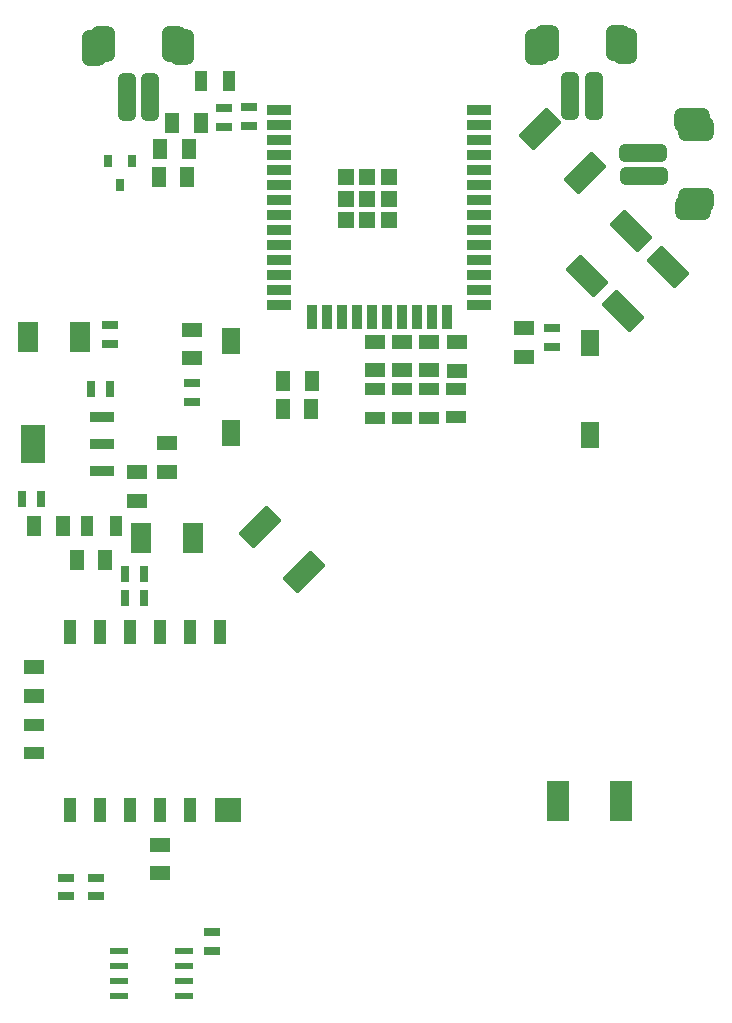
<source format=gtp>
G04*
G04 #@! TF.GenerationSoftware,Altium Limited,Altium Designer,22.9.1 (49)*
G04*
G04 Layer_Color=8421504*
%FSLAX25Y25*%
%MOIN*%
G70*
G04*
G04 #@! TF.SameCoordinates,5637A8B9-9DC4-41E7-96B4-60DE8AE1DB3B*
G04*
G04*
G04 #@! TF.FilePolarity,Positive*
G04*
G01*
G75*
G04:AMPARAMS|DCode=16|XSize=78.74mil|YSize=118.11mil|CornerRadius=19.68mil|HoleSize=0mil|Usage=FLASHONLY|Rotation=180.000|XOffset=0mil|YOffset=0mil|HoleType=Round|Shape=RoundedRectangle|*
%AMROUNDEDRECTD16*
21,1,0.07874,0.07874,0,0,180.0*
21,1,0.03937,0.11811,0,0,180.0*
1,1,0.03937,-0.01968,0.03937*
1,1,0.03937,0.01968,0.03937*
1,1,0.03937,0.01968,-0.03937*
1,1,0.03937,-0.01968,-0.03937*
%
%ADD16ROUNDEDRECTD16*%
G04:AMPARAMS|DCode=17|XSize=59.06mil|YSize=157.48mil|CornerRadius=14.76mil|HoleSize=0mil|Usage=FLASHONLY|Rotation=0.000|XOffset=0mil|YOffset=0mil|HoleType=Round|Shape=RoundedRectangle|*
%AMROUNDEDRECTD17*
21,1,0.05906,0.12795,0,0,0.0*
21,1,0.02953,0.15748,0,0,0.0*
1,1,0.02953,0.01476,-0.06398*
1,1,0.02953,-0.01476,-0.06398*
1,1,0.02953,-0.01476,0.06398*
1,1,0.02953,0.01476,0.06398*
%
%ADD17ROUNDEDRECTD17*%
G04:AMPARAMS|DCode=18|XSize=78.74mil|YSize=118.11mil|CornerRadius=19.68mil|HoleSize=0mil|Usage=FLASHONLY|Rotation=90.000|XOffset=0mil|YOffset=0mil|HoleType=Round|Shape=RoundedRectangle|*
%AMROUNDEDRECTD18*
21,1,0.07874,0.07874,0,0,90.0*
21,1,0.03937,0.11811,0,0,90.0*
1,1,0.03937,0.03937,0.01968*
1,1,0.03937,0.03937,-0.01968*
1,1,0.03937,-0.03937,-0.01968*
1,1,0.03937,-0.03937,0.01968*
%
%ADD18ROUNDEDRECTD18*%
G04:AMPARAMS|DCode=19|XSize=59.06mil|YSize=157.48mil|CornerRadius=14.76mil|HoleSize=0mil|Usage=FLASHONLY|Rotation=270.000|XOffset=0mil|YOffset=0mil|HoleType=Round|Shape=RoundedRectangle|*
%AMROUNDEDRECTD19*
21,1,0.05906,0.12795,0,0,270.0*
21,1,0.02953,0.15748,0,0,270.0*
1,1,0.02953,-0.06398,-0.01476*
1,1,0.02953,-0.06398,0.01476*
1,1,0.02953,0.06398,0.01476*
1,1,0.02953,0.06398,-0.01476*
%
%ADD19ROUNDEDRECTD19*%
%ADD20R,0.03150X0.03937*%
G04:AMPARAMS|DCode=21|XSize=74.8mil|YSize=132.68mil|CornerRadius=2.62mil|HoleSize=0mil|Usage=FLASHONLY|Rotation=135.000|XOffset=0mil|YOffset=0mil|HoleType=Round|Shape=RoundedRectangle|*
%AMROUNDEDRECTD21*
21,1,0.07480,0.12744,0,0,135.0*
21,1,0.06957,0.13268,0,0,135.0*
1,1,0.00524,0.02046,0.06965*
1,1,0.00524,0.06965,0.02046*
1,1,0.00524,-0.02046,-0.06965*
1,1,0.00524,-0.06965,-0.02046*
%
%ADD21ROUNDEDRECTD21*%
%ADD22R,0.06299X0.08583*%
%ADD23R,0.05512X0.03150*%
%ADD24R,0.07087X0.04724*%
%ADD25R,0.07874X0.03543*%
%ADD26R,0.03543X0.07874*%
%ADD27R,0.05236X0.05236*%
%ADD28R,0.04724X0.07087*%
%ADD29R,0.06693X0.04331*%
%ADD30R,0.03937X0.07874*%
%ADD31R,0.08858X0.07874*%
%ADD32R,0.04331X0.06693*%
%ADD33R,0.03150X0.05512*%
%ADD34R,0.07087X0.09843*%
G04:AMPARAMS|DCode=35|XSize=74.8mil|YSize=132.68mil|CornerRadius=2.62mil|HoleSize=0mil|Usage=FLASHONLY|Rotation=0.000|XOffset=0mil|YOffset=0mil|HoleType=Round|Shape=RoundedRectangle|*
%AMROUNDEDRECTD35*
21,1,0.07480,0.12744,0,0,0.0*
21,1,0.06957,0.13268,0,0,0.0*
1,1,0.00524,0.03478,-0.06372*
1,1,0.00524,-0.03478,-0.06372*
1,1,0.00524,-0.03478,0.06372*
1,1,0.00524,0.03478,0.06372*
%
%ADD35ROUNDEDRECTD35*%
G04:AMPARAMS|DCode=36|XSize=74.8mil|YSize=132.68mil|CornerRadius=2.62mil|HoleSize=0mil|Usage=FLASHONLY|Rotation=45.000|XOffset=0mil|YOffset=0mil|HoleType=Round|Shape=RoundedRectangle|*
%AMROUNDEDRECTD36*
21,1,0.07480,0.12744,0,0,45.0*
21,1,0.06957,0.13268,0,0,45.0*
1,1,0.00524,0.06965,-0.02046*
1,1,0.00524,0.02046,-0.06965*
1,1,0.00524,-0.06965,0.02046*
1,1,0.00524,-0.02046,0.06965*
%
%ADD36ROUNDEDRECTD36*%
%ADD37R,0.05906X0.01968*%
%ADD38R,0.08465X0.12795*%
%ADD39R,0.08465X0.03740*%
D16*
X205315Y389724D02*
D03*
X181653Y389646D02*
D03*
X178543Y388386D02*
D03*
X207874Y388661D02*
D03*
X57520Y389370D02*
D03*
X33858Y389291D02*
D03*
X30748Y388032D02*
D03*
X60079Y388307D02*
D03*
D17*
X197323Y372087D02*
D03*
X189488Y371969D02*
D03*
X49528Y371732D02*
D03*
X41693Y371614D02*
D03*
D18*
X231614Y337244D02*
D03*
X231535Y360906D02*
D03*
X230276Y364016D02*
D03*
X230551Y334685D02*
D03*
D19*
X213976Y345236D02*
D03*
X213858Y353071D02*
D03*
D20*
X39370Y342323D02*
D03*
X35433Y350197D02*
D03*
X43307D02*
D03*
D21*
X194331Y346142D02*
D03*
X179520Y360952D02*
D03*
X100945Y213386D02*
D03*
X86135Y228196D02*
D03*
D22*
X196024Y289646D02*
D03*
Y258937D02*
D03*
X76500Y259646D02*
D03*
Y290354D02*
D03*
D23*
X183500Y294650D02*
D03*
Y288350D02*
D03*
X36102Y295590D02*
D03*
Y289291D02*
D03*
X74173Y368032D02*
D03*
Y361732D02*
D03*
X82480Y368150D02*
D03*
Y361850D02*
D03*
X21299Y105157D02*
D03*
Y111457D02*
D03*
X31496D02*
D03*
Y105157D02*
D03*
X63500Y269850D02*
D03*
Y276150D02*
D03*
X70236Y93268D02*
D03*
Y86968D02*
D03*
D24*
X174000Y285051D02*
D03*
Y294500D02*
D03*
X151693Y289882D02*
D03*
Y280433D02*
D03*
X142480Y289949D02*
D03*
Y280500D02*
D03*
X133500Y289949D02*
D03*
Y280500D02*
D03*
X124409Y289961D02*
D03*
Y280512D02*
D03*
X10905Y172059D02*
D03*
Y181508D02*
D03*
X63500Y294000D02*
D03*
Y284551D02*
D03*
X45000Y237051D02*
D03*
Y246500D02*
D03*
X52756Y112874D02*
D03*
Y122323D02*
D03*
X55000Y246776D02*
D03*
Y256224D02*
D03*
D25*
X92360Y367252D02*
D03*
Y362252D02*
D03*
Y357252D02*
D03*
Y352252D02*
D03*
Y347252D02*
D03*
Y342252D02*
D03*
Y337252D02*
D03*
Y332252D02*
D03*
Y327252D02*
D03*
Y322252D02*
D03*
Y317252D02*
D03*
Y312252D02*
D03*
Y307252D02*
D03*
Y302252D02*
D03*
X159289D02*
D03*
Y307252D02*
D03*
Y312252D02*
D03*
Y317252D02*
D03*
Y322252D02*
D03*
Y327252D02*
D03*
Y332252D02*
D03*
Y337252D02*
D03*
Y342252D02*
D03*
Y347252D02*
D03*
Y352252D02*
D03*
Y357252D02*
D03*
Y362252D02*
D03*
Y367252D02*
D03*
D26*
X103325Y298315D02*
D03*
X108325D02*
D03*
X113325D02*
D03*
X118325D02*
D03*
X123325D02*
D03*
X128325D02*
D03*
X133325D02*
D03*
X138325D02*
D03*
X143325D02*
D03*
X148325D02*
D03*
D27*
X114663Y344949D02*
D03*
X121888D02*
D03*
X129112D02*
D03*
X114663Y337724D02*
D03*
X121888D02*
D03*
X129112D02*
D03*
X114663Y330500D02*
D03*
X121888D02*
D03*
X129112D02*
D03*
D28*
X52874Y354213D02*
D03*
X62323D02*
D03*
X61929Y344803D02*
D03*
X52480D02*
D03*
X66299Y362815D02*
D03*
X56850D02*
D03*
X10945Y228583D02*
D03*
X20394D02*
D03*
X25118Y217205D02*
D03*
X34567D02*
D03*
X103307Y276811D02*
D03*
X93858D02*
D03*
X93661Y267480D02*
D03*
X103110D02*
D03*
D29*
X133500Y274224D02*
D03*
Y264776D02*
D03*
X142500Y274224D02*
D03*
Y264776D02*
D03*
X151614Y274291D02*
D03*
Y264843D02*
D03*
X124409Y274224D02*
D03*
Y264776D02*
D03*
X10905Y162284D02*
D03*
Y152835D02*
D03*
D30*
X72913Y193268D02*
D03*
X62913Y134016D02*
D03*
X52913D02*
D03*
X42913D02*
D03*
X32913D02*
D03*
X22913D02*
D03*
Y193268D02*
D03*
X32913D02*
D03*
X42913D02*
D03*
X52913D02*
D03*
X62913D02*
D03*
D31*
X75354Y134016D02*
D03*
D32*
X28622Y228701D02*
D03*
X38071D02*
D03*
X66417Y376890D02*
D03*
X75866D02*
D03*
D33*
X13150Y237756D02*
D03*
X6850D02*
D03*
X47480Y204528D02*
D03*
X41181D02*
D03*
Y212480D02*
D03*
X47480D02*
D03*
X36102Y274173D02*
D03*
X29803D02*
D03*
D34*
X63898Y224528D02*
D03*
X46575D02*
D03*
X8839Y291500D02*
D03*
X26161D02*
D03*
D35*
X206457Y137087D02*
D03*
X185512D02*
D03*
D36*
X221969Y315079D02*
D03*
X207158Y300269D02*
D03*
X209921Y326811D02*
D03*
X195111Y312001D02*
D03*
D37*
X38976Y87067D02*
D03*
Y82067D02*
D03*
Y77067D02*
D03*
Y72067D02*
D03*
X60630D02*
D03*
Y77067D02*
D03*
Y82067D02*
D03*
Y87067D02*
D03*
D38*
X10583Y256000D02*
D03*
D39*
X33417Y265055D02*
D03*
Y256000D02*
D03*
Y246945D02*
D03*
M02*

</source>
